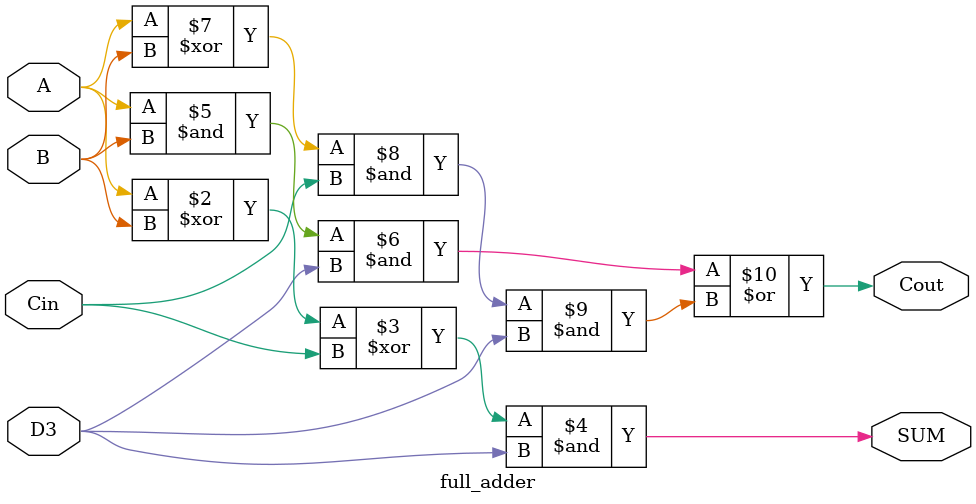
<source format=v>
module full_adder(D3, A, B, Cin, Cout, SUM);
	input D3, A, B, Cin;
	output Cout, SUM;
	reg Cout, SUM;
	
	always @(*) begin
		SUM = (A ^ B ^ Cin) & D3;
		Cout = (A & B & D3) | ((A ^ B) & Cin & D3);
	end
endmodule
	
</source>
